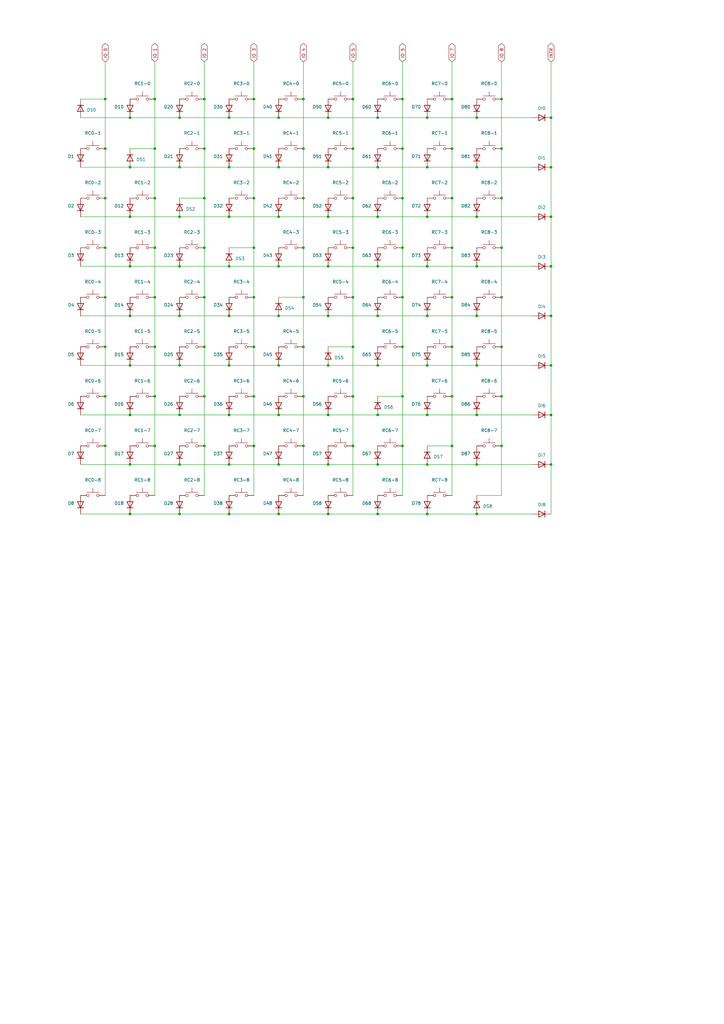
<source format=kicad_sch>
(kicad_sch (version 20231120) (generator "eeschema") (generator_version "8.0")
  (paper "A3" portrait)
  (junction (at 165.1 142.24))
  (junction (at 226.06 190.5))
  (junction (at 185.42 101.6))
  (junction (at 104.14 81.28))
  (junction (at 43.18 162.56))
  (junction (at 165.1 40.64))
  (junction (at 63.5 101.6))
  (junction (at 165.1 182.88))
  (junction (at 124.46 101.6))
  (junction (at 73.66 149.86))
  (junction (at 134.62 48.26))
  (junction (at 93.98 129.54))
  (junction (at 43.18 40.64))
  (junction (at 53.34 190.5))
  (junction (at 83.82 40.64))
  (junction (at 63.5 60.96))
  (junction (at 53.34 170.18))
  (junction (at 185.42 81.28))
  (junction (at 104.14 60.96))
  (junction (at 205.74 40.64))
  (junction (at 114.3 170.18))
  (junction (at 73.66 68.58))
  (junction (at 226.06 170.18))
  (junction (at 93.98 88.9))
  (junction (at 185.42 40.64))
  (junction (at 154.94 190.5))
  (junction (at 165.1 81.28))
  (junction (at 73.66 210.82))
  (junction (at 124.46 40.64))
  (junction (at 134.62 68.58))
  (junction (at 154.94 149.86))
  (junction (at 195.58 210.82))
  (junction (at 73.66 170.18))
  (junction (at 93.98 149.86))
  (junction (at 83.82 162.56))
  (junction (at 114.3 88.9))
  (junction (at 124.46 81.28))
  (junction (at 104.14 40.64))
  (junction (at 175.26 109.22))
  (junction (at 226.06 88.9))
  (junction (at 175.26 88.9))
  (junction (at 185.42 60.96))
  (junction (at 144.78 182.88))
  (junction (at 134.62 190.5))
  (junction (at 205.74 142.24))
  (junction (at 195.58 149.86))
  (junction (at 114.3 129.54))
  (junction (at 124.46 121.92))
  (junction (at 53.34 48.26))
  (junction (at 63.5 81.28))
  (junction (at 165.1 101.6))
  (junction (at 43.18 60.96))
  (junction (at 195.58 88.9))
  (junction (at 73.66 109.22))
  (junction (at 53.34 129.54))
  (junction (at 195.58 129.54))
  (junction (at 185.42 142.24))
  (junction (at 175.26 68.58))
  (junction (at 53.34 68.58))
  (junction (at 114.3 210.82))
  (junction (at 43.18 182.88))
  (junction (at 63.5 121.92))
  (junction (at 83.82 60.96))
  (junction (at 175.26 48.26))
  (junction (at 63.5 162.56))
  (junction (at 43.18 101.6))
  (junction (at 134.62 129.54))
  (junction (at 154.94 48.26))
  (junction (at 63.5 40.64))
  (junction (at 73.66 88.9))
  (junction (at 205.74 162.56))
  (junction (at 73.66 48.26))
  (junction (at 93.98 109.22))
  (junction (at 53.34 149.86))
  (junction (at 43.18 142.24))
  (junction (at 104.14 121.92))
  (junction (at 93.98 170.18))
  (junction (at 53.34 88.9))
  (junction (at 104.14 142.24))
  (junction (at 185.42 162.56))
  (junction (at 83.82 81.28))
  (junction (at 144.78 121.92))
  (junction (at 205.74 182.88))
  (junction (at 226.06 48.26))
  (junction (at 93.98 48.26))
  (junction (at 134.62 88.9))
  (junction (at 124.46 60.96))
  (junction (at 93.98 190.5))
  (junction (at 185.42 182.88))
  (junction (at 63.5 182.88))
  (junction (at 165.1 121.92))
  (junction (at 165.1 162.56))
  (junction (at 226.06 149.86))
  (junction (at 144.78 142.24))
  (junction (at 104.14 162.56))
  (junction (at 195.58 68.58))
  (junction (at 195.58 109.22))
  (junction (at 83.82 121.92))
  (junction (at 205.74 60.96))
  (junction (at 114.3 190.5))
  (junction (at 154.94 129.54))
  (junction (at 226.06 68.58))
  (junction (at 154.94 68.58))
  (junction (at 53.34 109.22))
  (junction (at 205.74 101.6))
  (junction (at 175.26 190.5))
  (junction (at 175.26 149.86))
  (junction (at 154.94 88.9))
  (junction (at 144.78 81.28))
  (junction (at 175.26 170.18))
  (junction (at 83.82 101.6))
  (junction (at 134.62 149.86))
  (junction (at 165.1 60.96))
  (junction (at 134.62 170.18))
  (junction (at 93.98 68.58))
  (junction (at 124.46 182.88))
  (junction (at 226.06 109.22))
  (junction (at 114.3 68.58))
  (junction (at 83.82 182.88))
  (junction (at 43.18 121.92))
  (junction (at 144.78 60.96))
  (junction (at 124.46 162.56))
  (junction (at 63.5 142.24))
  (junction (at 205.74 121.92))
  (junction (at 53.34 210.82))
  (junction (at 205.74 81.28))
  (junction (at 83.82 142.24))
  (junction (at 144.78 101.6))
  (junction (at 154.94 210.82))
  (junction (at 185.42 121.92))
  (junction (at 114.3 48.26))
  (junction (at 154.94 109.22))
  (junction (at 93.98 210.82))
  (junction (at 175.26 129.54))
  (junction (at 154.94 170.18))
  (junction (at 175.26 210.82))
  (junction (at 114.3 149.86))
  (junction (at 195.58 170.18))
  (junction (at 104.14 182.88))
  (junction (at 134.62 109.22))
  (junction (at 104.14 101.6))
  (junction (at 134.62 210.82))
  (junction (at 195.58 190.5))
  (junction (at 43.18 81.28))
  (junction (at 124.46 142.24))
  (junction (at 144.78 162.56))
  (junction (at 226.06 129.54))
  (junction (at 73.66 129.54))
  (junction (at 195.58 48.26))
  (junction (at 73.66 190.5))
  (junction (at 114.3 109.22))
  (junction (at 144.78 40.64))
  (wire (pts (xy 154.94 68.58) (xy 175.26 68.58)))
  (wire (pts (xy 83.82 60.96) (xy 83.82 81.28)))
  (wire (pts (xy 144.78 25.4) (xy 144.78 40.64)))
  (wire (pts (xy 93.98 88.9) (xy 114.3 88.9)))
  (wire (pts (xy 205.74 182.88) (xy 205.74 203.2)))
  (wire (pts (xy 185.42 162.56) (xy 185.42 182.88)))
  (wire (pts (xy 73.66 109.22) (xy 93.98 109.22)))
  (wire (pts (xy 114.3 48.26) (xy 134.62 48.26)))
  (wire (pts (xy 226.06 68.58) (xy 226.06 88.9)))
  (wire (pts (xy 195.58 203.2) (xy 205.74 203.2)))
  (wire (pts (xy 195.58 149.86) (xy 218.44 149.86)))
  (wire (pts (xy 43.18 182.88) (xy 43.18 203.2)))
  (wire (pts (xy 43.18 40.64) (xy 43.18 60.96)))
  (wire (pts (xy 63.5 81.28) (xy 63.5 101.6)))
  (wire (pts (xy 104.14 101.6) (xy 104.14 121.92)))
  (wire (pts (xy 73.66 48.26) (xy 93.98 48.26)))
  (wire (pts (xy 63.5 182.88) (xy 63.5 203.2)))
  (wire (pts (xy 195.58 129.54) (xy 218.44 129.54)))
  (wire (pts (xy 134.62 210.82) (xy 154.94 210.82)))
  (wire (pts (xy 154.94 190.5) (xy 175.26 190.5)))
  (wire (pts (xy 93.98 190.5) (xy 114.3 190.5)))
  (wire (pts (xy 205.74 142.24) (xy 205.74 162.56)))
  (wire (pts (xy 104.14 25.4) (xy 104.14 40.64)))
  (wire (pts (xy 73.66 81.28) (xy 83.82 81.28)))
  (wire (pts (xy 195.58 109.22) (xy 218.44 109.22)))
  (wire (pts (xy 114.3 68.58) (xy 134.62 68.58)))
  (wire (pts (xy 63.5 40.64) (xy 63.5 60.96)))
  (wire (pts (xy 33.02 129.54) (xy 53.34 129.54)))
  (wire (pts (xy 185.42 40.64) (xy 185.42 60.96)))
  (wire (pts (xy 53.34 129.54) (xy 73.66 129.54)))
  (wire (pts (xy 83.82 162.56) (xy 83.82 182.88)))
  (wire (pts (xy 33.02 109.22) (xy 53.34 109.22)))
  (wire (pts (xy 53.34 68.58) (xy 73.66 68.58)))
  (wire (pts (xy 83.82 101.6) (xy 83.82 121.92)))
  (wire (pts (xy 124.46 121.92) (xy 124.46 142.24)))
  (wire (pts (xy 114.3 149.86) (xy 134.62 149.86)))
  (wire (pts (xy 165.1 162.56) (xy 165.1 182.88)))
  (wire (pts (xy 53.34 60.96) (xy 63.5 60.96)))
  (wire (pts (xy 165.1 60.96) (xy 165.1 81.28)))
  (wire (pts (xy 53.34 109.22) (xy 73.66 109.22)))
  (wire (pts (xy 124.46 25.4) (xy 124.46 40.64)))
  (wire (pts (xy 73.66 68.58) (xy 93.98 68.58)))
  (wire (pts (xy 165.1 182.88) (xy 165.1 203.2)))
  (wire (pts (xy 63.5 60.96) (xy 63.5 81.28)))
  (wire (pts (xy 154.94 170.18) (xy 175.26 170.18)))
  (wire (pts (xy 134.62 68.58) (xy 154.94 68.58)))
  (wire (pts (xy 63.5 121.92) (xy 63.5 142.24)))
  (wire (pts (xy 114.3 190.5) (xy 134.62 190.5)))
  (wire (pts (xy 154.94 48.26) (xy 175.26 48.26)))
  (wire (pts (xy 73.66 170.18) (xy 93.98 170.18)))
  (wire (pts (xy 165.1 121.92) (xy 165.1 142.24)))
  (wire (pts (xy 73.66 190.5) (xy 93.98 190.5)))
  (wire (pts (xy 134.62 170.18) (xy 154.94 170.18)))
  (wire (pts (xy 53.34 170.18) (xy 73.66 170.18)))
  (wire (pts (xy 43.18 60.96) (xy 43.18 81.28)))
  (wire (pts (xy 154.94 129.54) (xy 175.26 129.54)))
  (wire (pts (xy 114.3 88.9) (xy 134.62 88.9)))
  (wire (pts (xy 124.46 81.28) (xy 124.46 101.6)))
  (wire (pts (xy 104.14 182.88) (xy 104.14 203.2)))
  (wire (pts (xy 195.58 68.58) (xy 218.44 68.58)))
  (wire (pts (xy 165.1 81.28) (xy 165.1 101.6)))
  (wire (pts (xy 226.06 190.5) (xy 226.06 210.82)))
  (wire (pts (xy 33.02 190.5) (xy 53.34 190.5)))
  (wire (pts (xy 53.34 190.5) (xy 73.66 190.5)))
  (wire (pts (xy 104.14 60.96) (xy 104.14 81.28)))
  (wire (pts (xy 104.14 81.28) (xy 104.14 101.6)))
  (wire (pts (xy 134.62 48.26) (xy 154.94 48.26)))
  (wire (pts (xy 93.98 210.82) (xy 114.3 210.82)))
  (wire (pts (xy 53.34 88.9) (xy 73.66 88.9)))
  (wire (pts (xy 154.94 109.22) (xy 175.26 109.22)))
  (wire (pts (xy 33.02 210.82) (xy 53.34 210.82)))
  (wire (pts (xy 93.98 109.22) (xy 114.3 109.22)))
  (wire (pts (xy 134.62 109.22) (xy 154.94 109.22)))
  (wire (pts (xy 195.58 88.9) (xy 218.44 88.9)))
  (wire (pts (xy 33.02 68.58) (xy 53.34 68.58)))
  (wire (pts (xy 134.62 149.86) (xy 154.94 149.86)))
  (wire (pts (xy 134.62 190.5) (xy 154.94 190.5)))
  (wire (pts (xy 165.1 40.64) (xy 165.1 60.96)))
  (wire (pts (xy 205.74 40.64) (xy 205.74 60.96)))
  (wire (pts (xy 195.58 190.5) (xy 218.44 190.5)))
  (wire (pts (xy 226.06 149.86) (xy 226.06 170.18)))
  (wire (pts (xy 205.74 162.56) (xy 205.74 182.88)))
  (wire (pts (xy 226.06 88.9) (xy 226.06 109.22)))
  (wire (pts (xy 134.62 129.54) (xy 154.94 129.54)))
  (wire (pts (xy 43.18 121.92) (xy 43.18 142.24)))
  (wire (pts (xy 33.02 48.26) (xy 53.34 48.26)))
  (wire (pts (xy 93.98 149.86) (xy 114.3 149.86)))
  (wire (pts (xy 226.06 25.4) (xy 226.06 48.26)))
  (wire (pts (xy 73.66 88.9) (xy 93.98 88.9)))
  (wire (pts (xy 33.02 40.64) (xy 43.18 40.64)))
  (wire (pts (xy 185.42 142.24) (xy 185.42 162.56)))
  (wire (pts (xy 165.1 25.4) (xy 165.1 40.64)))
  (wire (pts (xy 154.94 149.86) (xy 175.26 149.86)))
  (wire (pts (xy 134.62 88.9) (xy 154.94 88.9)))
  (wire (pts (xy 104.14 162.56) (xy 104.14 182.88)))
  (wire (pts (xy 53.34 210.82) (xy 73.66 210.82)))
  (wire (pts (xy 93.98 48.26) (xy 114.3 48.26)))
  (wire (pts (xy 104.14 142.24) (xy 104.14 162.56)))
  (wire (pts (xy 226.06 48.26) (xy 226.06 68.58)))
  (wire (pts (xy 33.02 88.9) (xy 53.34 88.9)))
  (wire (pts (xy 124.46 101.6) (xy 124.46 121.92)))
  (wire (pts (xy 124.46 142.24) (xy 124.46 162.56)))
  (wire (pts (xy 185.42 60.96) (xy 185.42 81.28)))
  (wire (pts (xy 175.26 170.18) (xy 195.58 170.18)))
  (wire (pts (xy 205.74 101.6) (xy 205.74 121.92)))
  (wire (pts (xy 114.3 109.22) (xy 134.62 109.22)))
  (wire (pts (xy 185.42 182.88) (xy 185.42 203.2)))
  (wire (pts (xy 53.34 48.26) (xy 73.66 48.26)))
  (wire (pts (xy 175.26 129.54) (xy 195.58 129.54)))
  (wire (pts (xy 165.1 101.6) (xy 165.1 121.92)))
  (wire (pts (xy 83.82 182.88) (xy 83.82 203.2)))
  (wire (pts (xy 93.98 101.6) (xy 104.14 101.6)))
  (wire (pts (xy 124.46 40.64) (xy 124.46 60.96)))
  (wire (pts (xy 154.94 162.56) (xy 165.1 162.56)))
  (wire (pts (xy 53.34 149.86) (xy 73.66 149.86)))
  (wire (pts (xy 93.98 129.54) (xy 114.3 129.54)))
  (wire (pts (xy 114.3 210.82) (xy 134.62 210.82)))
  (wire (pts (xy 175.26 88.9) (xy 195.58 88.9)))
  (wire (pts (xy 83.82 121.92) (xy 83.82 142.24)))
  (wire (pts (xy 175.26 48.26) (xy 195.58 48.26)))
  (wire (pts (xy 93.98 68.58) (xy 114.3 68.58)))
  (wire (pts (xy 175.26 68.58) (xy 195.58 68.58)))
  (wire (pts (xy 114.3 170.18) (xy 134.62 170.18)))
  (wire (pts (xy 73.66 129.54) (xy 93.98 129.54)))
  (wire (pts (xy 144.78 101.6) (xy 144.78 121.92)))
  (wire (pts (xy 175.26 210.82) (xy 195.58 210.82)))
  (wire (pts (xy 83.82 81.28) (xy 83.82 101.6)))
  (wire (pts (xy 226.06 170.18) (xy 226.06 190.5)))
  (wire (pts (xy 43.18 101.6) (xy 43.18 121.92)))
  (wire (pts (xy 144.78 121.92) (xy 144.78 142.24)))
  (wire (pts (xy 73.66 210.82) (xy 93.98 210.82)))
  (wire (pts (xy 205.74 60.96) (xy 205.74 81.28)))
  (wire (pts (xy 63.5 25.4) (xy 63.5 40.64)))
  (wire (pts (xy 104.14 121.92) (xy 104.14 142.24)))
  (wire (pts (xy 124.46 182.88) (xy 124.46 203.2)))
  (wire (pts (xy 175.26 182.88) (xy 185.42 182.88)))
  (wire (pts (xy 124.46 162.56) (xy 124.46 182.88)))
  (wire (pts (xy 124.46 60.96) (xy 124.46 81.28)))
  (wire (pts (xy 154.94 88.9) (xy 175.26 88.9)))
  (wire (pts (xy 144.78 142.24) (xy 144.78 162.56)))
  (wire (pts (xy 226.06 109.22) (xy 226.06 129.54)))
  (wire (pts (xy 185.42 121.92) (xy 185.42 142.24)))
  (wire (pts (xy 83.82 40.64) (xy 83.82 60.96)))
  (wire (pts (xy 175.26 109.22) (xy 195.58 109.22)))
  (wire (pts (xy 83.82 25.4) (xy 83.82 40.64)))
  (wire (pts (xy 73.66 149.86) (xy 93.98 149.86)))
  (wire (pts (xy 175.26 149.86) (xy 195.58 149.86)))
  (wire (pts (xy 144.78 40.64) (xy 144.78 60.96)))
  (wire (pts (xy 185.42 25.4) (xy 185.42 40.64)))
  (wire (pts (xy 205.74 25.4) (xy 205.74 40.64)))
  (wire (pts (xy 43.18 162.56) (xy 43.18 182.88)))
  (wire (pts (xy 185.42 101.6) (xy 185.42 121.92)))
  (wire (pts (xy 43.18 142.24) (xy 43.18 162.56)))
  (wire (pts (xy 144.78 182.88) (xy 144.78 203.2)))
  (wire (pts (xy 205.74 81.28) (xy 205.74 101.6)))
  (wire (pts (xy 33.02 149.86) (xy 53.34 149.86)))
  (wire (pts (xy 63.5 142.24) (xy 63.5 162.56)))
  (wire (pts (xy 205.74 121.92) (xy 205.74 142.24)))
  (wire (pts (xy 165.1 142.24) (xy 165.1 162.56)))
  (wire (pts (xy 33.02 170.18) (xy 53.34 170.18)))
  (wire (pts (xy 43.18 81.28) (xy 43.18 101.6)))
  (wire (pts (xy 226.06 129.54) (xy 226.06 149.86)))
  (wire (pts (xy 93.98 170.18) (xy 114.3 170.18)))
  (wire (pts (xy 144.78 81.28) (xy 144.78 101.6)))
  (wire (pts (xy 195.58 48.26) (xy 218.44 48.26)))
  (wire (pts (xy 175.26 190.5) (xy 195.58 190.5)))
  (wire (pts (xy 114.3 121.92) (xy 124.46 121.92)))
  (wire (pts (xy 195.58 210.82) (xy 218.44 210.82)))
  (wire (pts (xy 114.3 129.54) (xy 134.62 129.54)))
  (wire (pts (xy 63.5 101.6) (xy 63.5 121.92)))
  (wire (pts (xy 104.14 40.64) (xy 104.14 60.96)))
  (wire (pts (xy 144.78 162.56) (xy 144.78 182.88)))
  (wire (pts (xy 144.78 60.96) (xy 144.78 81.28)))
  (wire (pts (xy 154.94 210.82) (xy 175.26 210.82)))
  (wire (pts (xy 63.5 162.56) (xy 63.5 182.88)))
  (wire (pts (xy 134.62 142.24) (xy 144.78 142.24)))
  (wire (pts (xy 195.58 170.18) (xy 218.44 170.18)))
  (wire (pts (xy 43.18 25.4) (xy 43.18 40.64)))
  (wire (pts (xy 83.82 142.24) (xy 83.82 162.56)))
  (wire (pts (xy 185.42 81.28) (xy 185.42 101.6)))
  (global_label "IO 3" (shape bidirectional) (at 104.14 25.4 90) (property "Intersheetrefs" "${INTERSHEET_REFS}" (effects (hide yes))))
  (global_label "IO 1" (shape bidirectional) (at 63.5 25.4 90) (property "Intersheetrefs" "${INTERSHEET_REFS}" (effects (hide yes))))
  (global_label "IO 7" (shape bidirectional) (at 185.42 25.4 90) (property "Intersheetrefs" "${INTERSHEET_REFS}" (effects (hide yes))))
  (global_label "IO 0" (shape bidirectional) (at 43.18 25.4 90) (property "Intersheetrefs" "${INTERSHEET_REFS}" (effects (hide yes))))
  (global_label "INTR" (shape bidirectional) (at 226.06 25.4 90) (property "Intersheetrefs" "${INTERSHEET_REFS}" (effects (hide yes))))
  (global_label "IO 2" (shape bidirectional) (at 83.82 25.4 90) (property "Intersheetrefs" "${INTERSHEET_REFS}" (effects (hide yes))))
  (global_label "IO 5" (shape bidirectional) (at 165.1 25.4 90) (property "Intersheetrefs" "${INTERSHEET_REFS}" (effects (hide yes))))
  (global_label "IO 5" (shape bidirectional) (at 144.78 25.4 90) (property "Intersheetrefs" "${INTERSHEET_REFS}" (effects (hide yes))))
  (global_label "IO 8" (shape bidirectional) (at 205.74 25.4 90) (property "Intersheetrefs" "${INTERSHEET_REFS}" (effects (hide yes))))
  (global_label "IO 4" (shape bidirectional) (at 124.46 25.4 90) (property "Intersheetrefs" "${INTERSHEET_REFS}" (effects (hide yes))))
  (symbol (lib_id "Diode:1N4148") (at 222.25 190.5 0) (mirror y) (unit 1)
    (property "Reference" "DI7" (at 222.25 186.69 0))
    (property "Value" "1N4148" (effects (hide yes)))
    (property "Footprint" "Diode_THT:D_DO-35_SOD27_P7.62mm_Horizontal" (effects (hide yes)))
    (property "Datasheet" "https://assets.nexperia.com/documents/data-sheet/1N4148_1N4448.pdf" (effects (hide yes)))
    (property "Sim.Device" "D" (effects (hide yes)))
    (property "Sim.Pins" "1=K 2=A" (effects (hide yes)))
  )
  (symbol (lib_id "Diode:1N4148") (at 154.94 85.09 270) (mirror x) (unit 1)
    (property "Reference" "D62" (at 152.4 84.455 90) (effects (justify right)))
    (property "Value" "1N4148" (effects (hide yes)))
    (property "Footprint" "Diode_THT:D_DO-35_SOD27_P7.62mm_Horizontal" (effects (hide yes)))
    (property "Datasheet" "https://assets.nexperia.com/documents/data-sheet/1N4148_1N4448.pdf" (effects (hide yes)))
    (property "Sim.Device" "D" (effects (hide yes)))
    (property "Sim.Pins" "1=K 2=A" (effects (hide yes)))
  )
  (symbol (lib_id "Diode:1N4148") (at 53.34 64.77 90) (mirror x) (unit 1)
    (property "Reference" "DS1" (at 55.88 65.405 90) (effects (justify right)))
    (property "Value" "1N4148" (effects (hide yes)))
    (property "Footprint" "Diode_THT:D_DO-35_SOD27_P7.62mm_Horizontal" (effects (hide yes)))
    (property "Datasheet" "https://assets.nexperia.com/documents/data-sheet/1N4148_1N4448.pdf" (effects (hide yes)))
    (property "Sim.Device" "D" (effects (hide yes)))
    (property "Sim.Pins" "1=K 2=A" (effects (hide yes)))
  )
  (symbol (lib_id "Diode:1N4148") (at 33.02 44.45 90) (mirror x) (unit 1)
    (property "Reference" "DS0" (at 35.56 45.085 90) (effects (justify right)))
    (property "Value" "1N4148" (effects (hide yes)))
    (property "Footprint" "Diode_THT:D_DO-35_SOD27_P7.62mm_Horizontal" (effects (hide yes)))
    (property "Datasheet" "https://assets.nexperia.com/documents/data-sheet/1N4148_1N4448.pdf" (effects (hide yes)))
    (property "Sim.Device" "D" (effects (hide yes)))
    (property "Sim.Pins" "1=K 2=A" (effects (hide yes)))
  )
  (symbol (lib_id "Diode:1N4148") (at 114.3 44.45 270) (mirror x) (unit 1)
    (property "Reference" "D40" (at 111.76 43.815 90) (effects (justify right)))
    (property "Value" "1N4148" (effects (hide yes)))
    (property "Footprint" "Diode_THT:D_DO-35_SOD27_P7.62mm_Horizontal" (effects (hide yes)))
    (property "Datasheet" "https://assets.nexperia.com/documents/data-sheet/1N4148_1N4448.pdf" (effects (hide yes)))
    (property "Sim.Device" "D" (effects (hide yes)))
    (property "Sim.Pins" "1=K 2=A" (effects (hide yes)))
  )
  (symbol (lib_id "Diode:1N4148") (at 222.25 149.86 0) (mirror y) (unit 1)
    (property "Reference" "DI5" (at 222.25 146.05 0))
    (property "Value" "1N4148" (effects (hide yes)))
    (property "Footprint" "Diode_THT:D_DO-35_SOD27_P7.62mm_Horizontal" (effects (hide yes)))
    (property "Datasheet" "https://assets.nexperia.com/documents/data-sheet/1N4148_1N4448.pdf" (effects (hide yes)))
    (property "Sim.Device" "D" (effects (hide yes)))
    (property "Sim.Pins" "1=K 2=A" (effects (hide yes)))
  )
  (symbol (lib_id "Diode:1N4148") (at 222.25 170.18 0) (mirror y) (unit 1)
    (property "Reference" "DI6" (at 222.25 166.37 0))
    (property "Value" "1N4148" (effects (hide yes)))
    (property "Footprint" "Diode_THT:D_DO-35_SOD27_P7.62mm_Horizontal" (effects (hide yes)))
    (property "Datasheet" "https://assets.nexperia.com/documents/data-sheet/1N4148_1N4448.pdf" (effects (hide yes)))
    (property "Sim.Device" "D" (effects (hide yes)))
    (property "Sim.Pins" "1=K 2=A" (effects (hide yes)))
  )
  (symbol (lib_id "Switch:SW_Push") (at 119.38 40.64 0) (mirror y) (unit 1)
    (property "Reference" "RC4-0" (at 119.38 34.29 0))
    (property "Value" "SW_Push" (effects (hide yes)))
  )
  (symbol (lib_id "Diode:1N4148") (at 33.02 146.05 270) (mirror x) (unit 1)
    (property "Reference" "D5" (at 30.48 145.415 90) (effects (justify right)))
    (property "Value" "1N4148" (effects (hide yes)))
    (property "Footprint" "Diode_THT:D_DO-35_SOD27_P7.62mm_Horizontal" (effects (hide yes)))
    (property "Datasheet" "https://assets.nexperia.com/documents/data-sheet/1N4148_1N4448.pdf" (effects (hide yes)))
    (property "Sim.Device" "D" (effects (hide yes)))
    (property "Sim.Pins" "1=K 2=A" (effects (hide yes)))
  )
  (symbol (lib_id "Switch:SW_Push") (at 139.7 121.92 0) (mirror y) (unit 1)
    (property "Reference" "RC5-4" (at 139.7 115.57 0))
    (property "Value" "SW_Push" (effects (hide yes)))
  )
  (symbol (lib_id "Diode:1N4148") (at 154.94 64.77 270) (mirror x) (unit 1)
    (property "Reference" "D61" (at 152.4 64.135 90) (effects (justify right)))
    (property "Value" "1N4148" (effects (hide yes)))
    (property "Footprint" "Diode_THT:D_DO-35_SOD27_P7.62mm_Horizontal" (effects (hide yes)))
    (property "Datasheet" "https://assets.nexperia.com/documents/data-sheet/1N4148_1N4448.pdf" (effects (hide yes)))
    (property "Sim.Device" "D" (effects (hide yes)))
    (property "Sim.Pins" "1=K 2=A" (effects (hide yes)))
  )
  (symbol (lib_id "Switch:SW_Push") (at 200.66 60.96 0) (mirror y) (unit 1)
    (property "Reference" "RC8-1" (at 200.66 54.61 0))
    (property "Value" "SW_Push" (effects (hide yes)))
  )
  (symbol (lib_id "Diode:1N4148") (at 154.94 146.05 270) (mirror x) (unit 1)
    (property "Reference" "D65" (at 152.4 145.415 90) (effects (justify right)))
    (property "Value" "1N4148" (effects (hide yes)))
    (property "Footprint" "Diode_THT:D_DO-35_SOD27_P7.62mm_Horizontal" (effects (hide yes)))
    (property "Datasheet" "https://assets.nexperia.com/documents/data-sheet/1N4148_1N4448.pdf" (effects (hide yes)))
    (property "Sim.Device" "D" (effects (hide yes)))
    (property "Sim.Pins" "1=K 2=A" (effects (hide yes)))
  )
  (symbol (lib_id "Switch:SW_Push") (at 160.02 121.92 0) (mirror y) (unit 1)
    (property "Reference" "RC6-4" (at 160.02 115.57 0))
    (property "Value" "SW_Push" (effects (hide yes)))
  )
  (symbol (lib_id "Diode:1N4148") (at 134.62 207.01 270) (mirror x) (unit 1)
    (property "Reference" "D58" (at 132.08 206.375 90) (effects (justify right)))
    (property "Value" "1N4148" (effects (hide yes)))
    (property "Footprint" "Diode_THT:D_DO-35_SOD27_P7.62mm_Horizontal" (effects (hide yes)))
    (property "Datasheet" "https://assets.nexperia.com/documents/data-sheet/1N4148_1N4448.pdf" (effects (hide yes)))
    (property "Sim.Device" "D" (effects (hide yes)))
    (property "Sim.Pins" "1=K 2=A" (effects (hide yes)))
  )
  (symbol (lib_id "Switch:SW_Push") (at 99.06 60.96 0) (mirror y) (unit 1)
    (property "Reference" "RC3-1" (at 99.06 54.61 0))
    (property "Value" "SW_Push" (effects (hide yes)))
  )
  (symbol (lib_id "Diode:1N4148") (at 222.25 210.82 0) (mirror y) (unit 1)
    (property "Reference" "DI8" (at 222.25 207.01 0))
    (property "Value" "1N4148" (effects (hide yes)))
    (property "Footprint" "Diode_THT:D_DO-35_SOD27_P7.62mm_Horizontal" (effects (hide yes)))
    (property "Datasheet" "https://assets.nexperia.com/documents/data-sheet/1N4148_1N4448.pdf" (effects (hide yes)))
    (property "Sim.Device" "D" (effects (hide yes)))
    (property "Sim.Pins" "1=K 2=A" (effects (hide yes)))
  )
  (symbol (lib_id "Switch:SW_Push") (at 119.38 182.88 0) (mirror y) (unit 1)
    (property "Reference" "RC4-7" (at 119.38 176.53 0))
    (property "Value" "SW_Push" (effects (hide yes)))
  )
  (symbol (lib_id "Switch:SW_Push") (at 78.74 101.6 0) (mirror y) (unit 1)
    (property "Reference" "RC2-3" (at 78.74 95.25 0))
    (property "Value" "SW_Push" (effects (hide yes)))
  )
  (symbol (lib_id "Diode:1N4148") (at 154.94 166.37 90) (mirror x) (unit 1)
    (property "Reference" "DS6" (at 157.48 167.005 90) (effects (justify right)))
    (property "Value" "1N4148" (effects (hide yes)))
    (property "Footprint" "Diode_THT:D_DO-35_SOD27_P7.62mm_Horizontal" (effects (hide yes)))
    (property "Datasheet" "https://assets.nexperia.com/documents/data-sheet/1N4148_1N4448.pdf" (effects (hide yes)))
    (property "Sim.Device" "D" (effects (hide yes)))
    (property "Sim.Pins" "1=K 2=A" (effects (hide yes)))
  )
  (symbol (lib_id "Diode:1N4148") (at 154.94 105.41 270) (mirror x) (unit 1)
    (property "Reference" "D63" (at 152.4 104.775 90) (effects (justify right)))
    (property "Value" "1N4148" (effects (hide yes)))
    (property "Footprint" "Diode_THT:D_DO-35_SOD27_P7.62mm_Horizontal" (effects (hide yes)))
    (property "Datasheet" "https://assets.nexperia.com/documents/data-sheet/1N4148_1N4448.pdf" (effects (hide yes)))
    (property "Sim.Device" "D" (effects (hide yes)))
    (property "Sim.Pins" "1=K 2=A" (effects (hide yes)))
  )
  (symbol (lib_id "Switch:SW_Push") (at 58.42 101.6 0) (mirror y) (unit 1)
    (property "Reference" "RC1-3" (at 58.42 95.25 0))
    (property "Value" "SW_Push" (effects (hide yes)))
  )
  (symbol (lib_id "Diode:1N4148") (at 175.26 146.05 270) (mirror x) (unit 1)
    (property "Reference" "D75" (at 172.72 145.415 90) (effects (justify right)))
    (property "Value" "1N4148" (effects (hide yes)))
    (property "Footprint" "Diode_THT:D_DO-35_SOD27_P7.62mm_Horizontal" (effects (hide yes)))
    (property "Datasheet" "https://assets.nexperia.com/documents/data-sheet/1N4148_1N4448.pdf" (effects (hide yes)))
    (property "Sim.Device" "D" (effects (hide yes)))
    (property "Sim.Pins" "1=K 2=A" (effects (hide yes)))
  )
  (symbol (lib_id "Switch:SW_Push") (at 99.06 40.64 0) (mirror y) (unit 1)
    (property "Reference" "RC3-0" (at 99.06 34.29 0))
    (property "Value" "SW_Push" (effects (hide yes)))
  )
  (symbol (lib_id "Diode:1N4148") (at 53.34 207.01 270) (mirror x) (unit 1)
    (property "Reference" "D18" (at 50.8 206.375 90) (effects (justify right)))
    (property "Value" "1N4148" (effects (hide yes)))
    (property "Footprint" "Diode_THT:D_DO-35_SOD27_P7.62mm_Horizontal" (effects (hide yes)))
    (property "Datasheet" "https://assets.nexperia.com/documents/data-sheet/1N4148_1N4448.pdf" (effects (hide yes)))
    (property "Sim.Device" "D" (effects (hide yes)))
    (property "Sim.Pins" "1=K 2=A" (effects (hide yes)))
  )
  (symbol (lib_id "Diode:1N4148") (at 195.58 186.69 270) (mirror x) (unit 1)
    (property "Reference" "D87" (at 193.04 186.055 90) (effects (justify right)))
    (property "Value" "1N4148" (effects (hide yes)))
    (property "Footprint" "Diode_THT:D_DO-35_SOD27_P7.62mm_Horizontal" (effects (hide yes)))
    (property "Datasheet" "https://assets.nexperia.com/documents/data-sheet/1N4148_1N4448.pdf" (effects (hide yes)))
    (property "Sim.Device" "D" (effects (hide yes)))
    (property "Sim.Pins" "1=K 2=A" (effects (hide yes)))
  )
  (symbol (lib_id "Switch:SW_Push") (at 58.42 121.92 0) (mirror y) (unit 1)
    (property "Reference" "RC1-4" (at 58.42 115.57 0))
    (property "Value" "SW_Push" (effects (hide yes)))
  )
  (symbol (lib_id "Diode:1N4148") (at 134.62 125.73 270) (mirror x) (unit 1)
    (property "Reference" "D54" (at 132.08 125.095 90) (effects (justify right)))
    (property "Value" "1N4148" (effects (hide yes)))
    (property "Footprint" "Diode_THT:D_DO-35_SOD27_P7.62mm_Horizontal" (effects (hide yes)))
    (property "Datasheet" "https://assets.nexperia.com/documents/data-sheet/1N4148_1N4448.pdf" (effects (hide yes)))
    (property "Sim.Device" "D" (effects (hide yes)))
    (property "Sim.Pins" "1=K 2=A" (effects (hide yes)))
  )
  (symbol (lib_id "Diode:1N4148") (at 73.66 166.37 270) (mirror x) (unit 1)
    (property "Reference" "D26" (at 71.12 165.735 90) (effects (justify right)))
    (property "Value" "1N4148" (effects (hide yes)))
    (property "Footprint" "Diode_THT:D_DO-35_SOD27_P7.62mm_Horizontal" (effects (hide yes)))
    (property "Datasheet" "https://assets.nexperia.com/documents/data-sheet/1N4148_1N4448.pdf" (effects (hide yes)))
    (property "Sim.Device" "D" (effects (hide yes)))
    (property "Sim.Pins" "1=K 2=A" (effects (hide yes)))
  )
  (symbol (lib_id "Switch:SW_Push") (at 58.42 81.28 0) (mirror y) (unit 1)
    (property "Reference" "RC1-2" (at 58.42 74.93 0))
    (property "Value" "SW_Push" (effects (hide yes)))
  )
  (symbol (lib_id "Diode:1N4148") (at 195.58 85.09 270) (mirror x) (unit 1)
    (property "Reference" "D82" (at 193.04 84.455 90) (effects (justify right)))
    (property "Value" "1N4148" (effects (hide yes)))
    (property "Footprint" "Diode_THT:D_DO-35_SOD27_P7.62mm_Horizontal" (effects (hide yes)))
    (property "Datasheet" "https://assets.nexperia.com/documents/data-sheet/1N4148_1N4448.pdf" (effects (hide yes)))
    (property "Sim.Device" "D" (effects (hide yes)))
    (property "Sim.Pins" "1=K 2=A" (effects (hide yes)))
  )
  (symbol (lib_id "Diode:1N4148") (at 53.34 186.69 270) (mirror x) (unit 1)
    (property "Reference" "D17" (at 50.8 186.055 90) (effects (justify right)))
    (property "Value" "1N4148" (effects (hide yes)))
    (property "Footprint" "Diode_THT:D_DO-35_SOD27_P7.62mm_Horizontal" (effects (hide yes)))
    (property "Datasheet" "https://assets.nexperia.com/documents/data-sheet/1N4148_1N4448.pdf" (effects (hide yes)))
    (property "Sim.Device" "D" (effects (hide yes)))
    (property "Sim.Pins" "1=K 2=A" (effects (hide yes)))
  )
  (symbol (lib_id "Switch:SW_Push") (at 139.7 182.88 0) (mirror y) (unit 1)
    (property "Reference" "RC5-7" (at 139.7 176.53 0))
    (property "Value" "SW_Push" (effects (hide yes)))
  )
  (symbol (lib_id "Diode:1N4148") (at 114.3 105.41 270) (mirror x) (unit 1)
    (property "Reference" "D43" (at 111.76 104.775 90) (effects (justify right)))
    (property "Value" "1N4148" (effects (hide yes)))
    (property "Footprint" "Diode_THT:D_DO-35_SOD27_P7.62mm_Horizontal" (effects (hide yes)))
    (property "Datasheet" "https://assets.nexperia.com/documents/data-sheet/1N4148_1N4448.pdf" (effects (hide yes)))
    (property "Sim.Device" "D" (effects (hide yes)))
    (property "Sim.Pins" "1=K 2=A" (effects (hide yes)))
  )
  (symbol (lib_id "Switch:SW_Push") (at 38.1 182.88 0) (mirror y) (unit 1)
    (property "Reference" "RC0-7" (at 38.1 176.53 0))
    (property "Value" "SW_Push" (effects (hide yes)))
  )
  (symbol (lib_id "Switch:SW_Push") (at 180.34 60.96 0) (mirror y) (unit 1)
    (property "Reference" "RC7-1" (at 180.34 54.61 0))
    (property "Value" "SW_Push" (effects (hide yes)))
  )
  (symbol (lib_id "Switch:SW_Push") (at 58.42 203.2 0) (mirror y) (unit 1)
    (property "Reference" "RC1-8" (at 58.42 196.85 0))
    (property "Value" "SW_Push" (effects (hide yes)))
  )
  (symbol (lib_id "Switch:SW_Push") (at 58.42 40.64 0) (mirror y) (unit 1)
    (property "Reference" "RC1-0" (at 58.42 34.29 0))
    (property "Value" "SW_Push" (effects (hide yes)))
  )
  (symbol (lib_id "Diode:1N4148") (at 93.98 64.77 270) (mirror x) (unit 1)
    (property "Reference" "D31" (at 91.44 64.135 90) (effects (justify right)))
    (property "Value" "1N4148" (effects (hide yes)))
    (property "Footprint" "Diode_THT:D_DO-35_SOD27_P7.62mm_Horizontal" (effects (hide yes)))
    (property "Datasheet" "https://assets.nexperia.com/documents/data-sheet/1N4148_1N4448.pdf" (effects (hide yes)))
    (property "Sim.Device" "D" (effects (hide yes)))
    (property "Sim.Pins" "1=K 2=A" (effects (hide yes)))
  )
  (symbol (lib_id "Switch:SW_Push") (at 119.38 60.96 0) (mirror y) (unit 1)
    (property "Reference" "RC4-1" (at 119.38 54.61 0))
    (property "Value" "SW_Push" (effects (hide yes)))
  )
  (symbol (lib_id "Diode:1N4148") (at 154.94 44.45 270) (mirror x) (unit 1)
    (property "Reference" "D60" (at 152.4 43.815 90) (effects (justify right)))
    (property "Value" "1N4148" (effects (hide yes)))
    (property "Footprint" "Diode_THT:D_DO-35_SOD27_P7.62mm_Horizontal" (effects (hide yes)))
    (property "Datasheet" "https://assets.nexperia.com/documents/data-sheet/1N4148_1N4448.pdf" (effects (hide yes)))
    (property "Sim.Device" "D" (effects (hide yes)))
    (property "Sim.Pins" "1=K 2=A" (effects (hide yes)))
  )
  (symbol (lib_id "Diode:1N4148") (at 154.94 186.69 270) (mirror x) (unit 1)
    (property "Reference" "D67" (at 152.4 186.055 90) (effects (justify right)))
    (property "Value" "1N4148" (effects (hide yes)))
    (property "Footprint" "Diode_THT:D_DO-35_SOD27_P7.62mm_Horizontal" (effects (hide yes)))
    (property "Datasheet" "https://assets.nexperia.com/documents/data-sheet/1N4148_1N4448.pdf" (effects (hide yes)))
    (property "Sim.Device" "D" (effects (hide yes)))
    (property "Sim.Pins" "1=K 2=A" (effects (hide yes)))
  )
  (symbol (lib_id "Diode:1N4148") (at 93.98 85.09 270) (mirror x) (unit 1)
    (property "Reference" "D32" (at 91.44 84.455 90) (effects (justify right)))
    (property "Value" "1N4148" (effects (hide yes)))
    (property "Footprint" "Diode_THT:D_DO-35_SOD27_P7.62mm_Horizontal" (effects (hide yes)))
    (property "Datasheet" "https://assets.nexperia.com/documents/data-sheet/1N4148_1N4448.pdf" (effects (hide yes)))
    (property "Sim.Device" "D" (effects (hide yes)))
    (property "Sim.Pins" "1=K 2=A" (effects (hide yes)))
  )
  (symbol (lib_id "Diode:1N4148") (at 175.26 64.77 270) (mirror x) (unit 1)
    (property "Reference" "D71" (at 172.72 64.135 90) (effects (justify right)))
    (property "Value" "1N4148" (effects (hide yes)))
    (property "Footprint" "Diode_THT:D_DO-35_SOD27_P7.62mm_Horizontal" (effects (hide yes)))
    (property "Datasheet" "https://assets.nexperia.com/documents/data-sheet/1N4148_1N4448.pdf" (effects (hide yes)))
    (property "Sim.Device" "D" (effects (hide yes)))
    (property "Sim.Pins" "1=K 2=A" (effects (hide yes)))
  )
  (symbol (lib_id "Switch:SW_Push") (at 139.7 203.2 0) (mirror y) (unit 1)
    (property "Reference" "RC5-8" (at 139.7 196.85 0))
    (property "Value" "SW_Push" (effects (hide yes)))
  )
  (symbol (lib_id "Diode:1N4148") (at 114.3 146.05 270) (mirror x) (unit 1)
    (property "Reference" "D45" (at 111.76 145.415 90) (effects (justify right)))
    (property "Value" "1N4148" (effects (hide yes)))
    (property "Footprint" "Diode_THT:D_DO-35_SOD27_P7.62mm_Horizontal" (effects (hide yes)))
    (property "Datasheet" "https://assets.nexperia.com/documents/data-sheet/1N4148_1N4448.pdf" (effects (hide yes)))
    (property "Sim.Device" "D" (effects (hide yes)))
    (property "Sim.Pins" "1=K 2=A" (effects (hide yes)))
  )
  (symbol (lib_id "Switch:SW_Push") (at 99.06 81.28 0) (mirror y) (unit 1)
    (property "Reference" "RC3-2" (at 99.06 74.93 0))
    (property "Value" "SW_Push" (effects (hide yes)))
  )
  (symbol (lib_id "Diode:1N4148") (at 222.25 48.26 0) (mirror y) (unit 1)
    (property "Reference" "DI0" (at 222.25 44.45 0))
    (property "Value" "1N4148" (effects (hide yes)))
    (property "Footprint" "Diode_THT:D_DO-35_SOD27_P7.62mm_Horizontal" (effects (hide yes)))
    (property "Datasheet" "https://assets.nexperia.com/documents/data-sheet/1N4148_1N4448.pdf" (effects (hide yes)))
    (property "Sim.Device" "D" (effects (hide yes)))
    (property "Sim.Pins" "1=K 2=A" (effects (hide yes)))
  )
  (symbol (lib_id "Diode:1N4148") (at 134.62 85.09 270) (mirror x) (unit 1)
    (property "Reference" "D52" (at 132.08 84.455 90) (effects (justify right)))
    (property "Value" "1N4148" (effects (hide yes)))
    (property "Footprint" "Diode_THT:D_DO-35_SOD27_P7.62mm_Horizontal" (effects (hide yes)))
    (property "Datasheet" "https://assets.nexperia.com/documents/data-sheet/1N4148_1N4448.pdf" (effects (hide yes)))
    (property "Sim.Device" "D" (effects (hide yes)))
    (property "Sim.Pins" "1=K 2=A" (effects (hide yes)))
  )
  (symbol (lib_id "Diode:1N4148") (at 154.94 125.73 270) (mirror x) (unit 1)
    (property "Reference" "D64" (at 152.4 125.095 90) (effects (justify right)))
    (property "Value" "1N4148" (effects (hide yes)))
    (property "Footprint" "Diode_THT:D_DO-35_SOD27_P7.62mm_Horizontal" (effects (hide yes)))
    (property "Datasheet" "https://assets.nexperia.com/documents/data-sheet/1N4148_1N4448.pdf" (effects (hide yes)))
    (property "Sim.Device" "D" (effects (hide yes)))
    (property "Sim.Pins" "1=K 2=A" (effects (hide yes)))
  )
  (symbol (lib_id "Diode:1N4148") (at 195.58 166.37 270) (mirror x) (unit 1)
    (property "Reference" "D86" (at 193.04 165.735 90) (effects (justify right)))
    (property "Value" "1N4148" (effects (hide yes)))
    (property "Footprint" "Diode_THT:D_DO-35_SOD27_P7.62mm_Horizontal" (effects (hide yes)))
    (property "Datasheet" "https://assets.nexperia.com/documents/data-sheet/1N4148_1N4448.pdf" (effects (hide yes)))
    (property "Sim.Device" "D" (effects (hide yes)))
    (property "Sim.Pins" "1=K 2=A" (effects (hide yes)))
  )
  (symbol (lib_id "Switch:SW_Push") (at 160.02 142.24 0) (mirror y) (unit 1)
    (property "Reference" "RC6-5" (at 160.02 135.89 0))
    (property "Value" "SW_Push" (effects (hide yes)))
  )
  (symbol (lib_id "Diode:1N4148") (at 33.02 186.69 270) (mirror x) (unit 1)
    (property "Reference" "D7" (at 30.48 186.055 90) (effects (justify right)))
    (property "Value" "1N4148" (effects (hide yes)))
    (property "Footprint" "Diode_THT:D_DO-35_SOD27_P7.62mm_Horizontal" (effects (hide yes)))
    (property "Datasheet" "https://assets.nexperia.com/documents/data-sheet/1N4148_1N4448.pdf" (effects (hide yes)))
    (property "Sim.Device" "D" (effects (hide yes)))
    (property "Sim.Pins" "1=K 2=A" (effects (hide yes)))
  )
  (symbol (lib_id "Diode:1N4148") (at 114.3 64.77 270) (mirror x) (unit 1)
    (property "Reference" "D41" (at 111.76 64.135 90) (effects (justify right)))
    (property "Value" "1N4148" (effects (hide yes)))
    (property "Footprint" "Diode_THT:D_DO-35_SOD27_P7.62mm_Horizontal" (effects (hide yes)))
    (property "Datasheet" "https://assets.nexperia.com/documents/data-sheet/1N4148_1N4448.pdf" (effects (hide yes)))
    (property "Sim.Device" "D" (effects (hide yes)))
    (property "Sim.Pins" "1=K 2=A" (effects (hide yes)))
  )
  (symbol (lib_id "Diode:1N4148") (at 93.98 186.69 270) (mirror x) (unit 1)
    (property "Reference" "D37" (at 91.44 186.055 90) (effects (justify right)))
    (property "Value" "1N4148" (effects (hide yes)))
    (property "Footprint" "Diode_THT:D_DO-35_SOD27_P7.62mm_Horizontal" (effects (hide yes)))
    (property "Datasheet" "https://assets.nexperia.com/documents/data-sheet/1N4148_1N4448.pdf" (effects (hide yes)))
    (property "Sim.Device" "D" (effects (hide yes)))
    (property "Sim.Pins" "1=K 2=A" (effects (hide yes)))
  )
  (symbol (lib_id "Switch:SW_Push") (at 180.34 162.56 0) (mirror y) (unit 1)
    (property "Reference" "RC7-6" (at 180.34 156.21 0))
    (property "Value" "SW_Push" (effects (hide yes)))
  )
  (symbol (lib_id "Diode:1N4148") (at 175.26 44.45 270) (mirror x) (unit 1)
    (property "Reference" "D70" (at 172.72 43.815 90) (effects (justify right)))
    (property "Value" "1N4148" (effects (hide yes)))
    (property "Footprint" "Diode_THT:D_DO-35_SOD27_P7.62mm_Horizontal" (effects (hide yes)))
    (property "Datasheet" "https://assets.nexperia.com/documents/data-sheet/1N4148_1N4448.pdf" (effects (hide yes)))
    (property "Sim.Device" "D" (effects (hide yes)))
    (property "Sim.Pins" "1=K 2=A" (effects (hide yes)))
  )
  (symbol (lib_id "Diode:1N4148") (at 195.58 207.01 90) (mirror x) (unit 1)
    (property "Reference" "DS8" (at 198.12 207.645 90) (effects (justify right)))
    (property "Value" "1N4148" (effects (hide yes)))
    (property "Footprint" "Diode_THT:D_DO-35_SOD27_P7.62mm_Horizontal" (effects (hide yes)))
    (property "Datasheet" "https://assets.nexperia.com/documents/data-sheet/1N4148_1N4448.pdf" (effects (hide yes)))
    (property "Sim.Device" "D" (effects (hide yes)))
    (property "Sim.Pins" "1=K 2=A" (effects (hide yes)))
  )
  (symbol (lib_id "Diode:1N4148") (at 222.25 68.58 0) (mirror y) (unit 1)
    (property "Reference" "DI1" (at 222.25 64.77 0))
    (property "Value" "1N4148" (effects (hide yes)))
    (property "Footprint" "Diode_THT:D_DO-35_SOD27_P7.62mm_Horizontal" (effects (hide yes)))
    (property "Datasheet" "https://assets.nexperia.com/documents/data-sheet/1N4148_1N4448.pdf" (effects (hide yes)))
    (property "Sim.Device" "D" (effects (hide yes)))
    (property "Sim.Pins" "1=K 2=A" (effects (hide yes)))
  )
  (symbol (lib_id "Diode:1N4148") (at 93.98 207.01 270) (mirror x) (unit 1)
    (property "Reference" "D38" (at 91.44 206.375 90) (effects (justify right)))
    (property "Value" "1N4148" (effects (hide yes)))
    (property "Footprint" "Diode_THT:D_DO-35_SOD27_P7.62mm_Horizontal" (effects (hide yes)))
    (property "Datasheet" "https://assets.nexperia.com/documents/data-sheet/1N4148_1N4448.pdf" (effects (hide yes)))
    (property "Sim.Device" "D" (effects (hide yes)))
    (property "Sim.Pins" "1=K 2=A" (effects (hide yes)))
  )
  (symbol (lib_id "Diode:1N4148") (at 73.66 64.77 270) (mirror x) (unit 1)
    (property "Reference" "D21" (at 71.12 64.135 90) (effects (justify right)))
    (property "Value" "1N4148" (effects (hide yes)))
    (property "Footprint" "Diode_THT:D_DO-35_SOD27_P7.62mm_Horizontal" (effects (hide yes)))
    (property "Datasheet" "https://assets.nexperia.com/documents/data-sheet/1N4148_1N4448.pdf" (effects (hide yes)))
    (property "Sim.Device" "D" (effects (hide yes)))
    (property "Sim.Pins" "1=K 2=A" (effects (hide yes)))
  )
  (symbol (lib_id "Diode:1N4148") (at 93.98 146.05 270) (mirror x) (unit 1)
    (property "Reference" "D35" (at 91.44 145.415 90) (effects (justify right)))
    (property "Value" "1N4148" (effects (hide yes)))
    (property "Footprint" "Diode_THT:D_DO-35_SOD27_P7.62mm_Horizontal" (effects (hide yes)))
    (property "Datasheet" "https://assets.nexperia.com/documents/data-sheet/1N4148_1N4448.pdf" (effects (hide yes)))
    (property "Sim.Device" "D" (effects (hide yes)))
    (property "Sim.Pins" "1=K 2=A" (effects (hide yes)))
  )
  (symbol (lib_id "Diode:1N4148") (at 134.62 166.37 270) (mirror x) (unit 1)
    (property "Reference" "D56" (at 132.08 165.735 90) (effects (justify right)))
    (property "Value" "1N4148" (effects (hide yes)))
    (property "Footprint" "Diode_THT:D_DO-35_SOD27_P7.62mm_Horizontal" (effects (hide yes)))
    (property "Datasheet" "https://assets.nexperia.com/documents/data-sheet/1N4148_1N4448.pdf" (effects (hide yes)))
    (property "Sim.Device" "D" (effects (hide yes)))
    (property "Sim.Pins" "1=K 2=A" (effects (hide yes)))
  )
  (symbol (lib_id "Switch:SW_Push") (at 119.38 162.56 0) (mirror y) (unit 1)
    (property "Reference" "RC4-6" (at 119.38 156.21 0))
    (property "Value" "SW_Push" (effects (hide yes)))
  )
  (symbol (lib_id "Diode:1N4148") (at 53.34 146.05 270) (mirror x) (unit 1)
    (property "Reference" "D15" (at 50.8 145.415 90) (effects (justify right)))
    (property "Value" "1N4148" (effects (hide yes)))
    (property "Footprint" "Diode_THT:D_DO-35_SOD27_P7.62mm_Horizontal" (effects (hide yes)))
    (property "Datasheet" "https://assets.nexperia.com/documents/data-sheet/1N4148_1N4448.pdf" (effects (hide yes)))
    (property "Sim.Device" "D" (effects (hide yes)))
    (property "Sim.Pins" "1=K 2=A" (effects (hide yes)))
  )
  (symbol (lib_id "Switch:SW_Push") (at 38.1 81.28 0) (mirror y) (unit 1)
    (property "Reference" "RC0-2" (at 38.1 74.93 0))
    (property "Value" "SW_Push" (effects (hide yes)))
  )
  (symbol (lib_id "Diode:1N4148") (at 33.02 125.73 270) (mirror x) (unit 1)
    (property "Reference" "D4" (at 30.48 125.095 90) (effects (justify right)))
    (property "Value" "1N4148" (effects (hide yes)))
    (property "Footprint" "Diode_THT:D_DO-35_SOD27_P7.62mm_Horizontal" (effects (hide yes)))
    (property "Datasheet" "https://assets.nexperia.com/documents/data-sheet/1N4148_1N4448.pdf" (effects (hide yes)))
    (property "Sim.Device" "D" (effects (hide yes)))
    (property "Sim.Pins" "1=K 2=A" (effects (hide yes)))
  )
  (symbol (lib_id "Switch:SW_Push") (at 78.74 162.56 0) (mirror y) (unit 1)
    (property "Reference" "RC2-6" (at 78.74 156.21 0))
    (property "Value" "SW_Push" (effects (hide yes)))
  )
  (symbol (lib_id "Diode:1N4148") (at 93.98 166.37 270) (mirror x) (unit 1)
    (property "Reference" "D36" (at 91.44 165.735 90) (effects (justify right)))
    (property "Value" "1N4148" (effects (hide yes)))
    (property "Footprint" "Diode_THT:D_DO-35_SOD27_P7.62mm_Horizontal" (effects (hide yes)))
    (property "Datasheet" "https://assets.nexperia.com/documents/data-sheet/1N4148_1N4448.pdf" (effects (hide yes)))
    (property "Sim.Device" "D" (effects (hide yes)))
    (property "Sim.Pins" "1=K 2=A" (effects (hide yes)))
  )
  (symbol (lib_id "Switch:SW_Push") (at 180.34 101.6 0) (mirror y) (unit 1)
    (property "Reference" "RC7-3" (at 180.34 95.25 0))
    (property "Value" "SW_Push" (effects (hide yes)))
  )
  (symbol (lib_id "Switch:SW_Push") (at 200.66 182.88 0) (mirror y) (unit 1)
    (property "Reference" "RC8-7" (at 200.66 176.53 0))
    (property "Value" "SW_Push" (effects (hide yes)))
  )
  (symbol (lib_id "Switch:SW_Push") (at 99.06 162.56 0) (mirror y) (unit 1)
    (property "Reference" "RC3-6" (at 99.06 156.21 0))
    (property "Value" "SW_Push" (effects (hide yes)))
  )
  (symbol (lib_id "Diode:1N4148") (at 134.62 105.41 270) (mirror x) (unit 1)
    (property "Reference" "D53" (at 132.08 104.775 90) (effects (justify right)))
    (property "Value" "1N4148" (effects (hide yes)))
    (property "Footprint" "Diode_THT:D_DO-35_SOD27_P7.62mm_Horizontal" (effects (hide yes)))
    (property "Datasheet" "https://assets.nexperia.com/documents/data-sheet/1N4148_1N4448.pdf" (effects (hide yes)))
    (property "Sim.Device" "D" (effects (hide yes)))
    (property "Sim.Pins" "1=K 2=A" (effects (hide yes)))
  )
  (symbol (lib_id "Diode:1N4148") (at 175.26 207.01 270) (mirror x) (unit 1)
    (property "Reference" "D78" (at 172.72 206.375 90) (effects (justify right)))
    (property "Value" "1N4148" (effects (hide yes)))
    (property "Footprint" "Diode_THT:D_DO-35_SOD27_P7.62mm_Horizontal" (effects (hide yes)))
    (property "Datasheet" "https://assets.nexperia.com/documents/data-sheet/1N4148_1N4448.pdf" (effects (hide yes)))
    (property "Sim.Device" "D" (effects (hide yes)))
    (property "Sim.Pins" "1=K 2=A" (effects (hide yes)))
  )
  (symbol (lib_id "Switch:SW_Push") (at 160.02 81.28 0) (mirror y) (unit 1)
    (property "Reference" "RC6-2" (at 160.02 74.93 0))
    (property "Value" "SW_Push" (effects (hide yes)))
  )
  (symbol (lib_id "Switch:SW_Push") (at 99.06 203.2 0) (mirror y) (unit 1)
    (property "Reference" "RC3-8" (at 99.06 196.85 0))
    (property "Value" "SW_Push" (effects (hide yes)))
  )
  (symbol (lib_id "Diode:1N4148") (at 73.66 105.41 270) (mirror x) (unit 1)
    (property "Reference" "D23" (at 71.12 104.775 90) (effects (justify right)))
    (property "Value" "1N4148" (effects (hide yes)))
    (property "Footprint" "Diode_THT:D_DO-35_SOD27_P7.62mm_Horizontal" (effects (hide yes)))
    (property "Datasheet" "https://assets.nexperia.com/documents/data-sheet/1N4148_1N4448.pdf" (effects (hide yes)))
    (property "Sim.Device" "D" (effects (hide yes)))
    (property "Sim.Pins" "1=K 2=A" (effects (hide yes)))
  )
  (symbol (lib_id "Diode:1N4148") (at 154.94 207.01 270) (mirror x) (unit 1)
    (property "Reference" "D68" (at 152.4 206.375 90) (effects (justify right)))
    (property "Value" "1N4148" (effects (hide yes)))
    (property "Footprint" "Diode_THT:D_DO-35_SOD27_P7.62mm_Horizontal" (effects (hide yes)))
    (property "Datasheet" "https://assets.nexperia.com/documents/data-sheet/1N4148_1N4448.pdf" (effects (hide yes)))
    (property "Sim.Device" "D" (effects (hide yes)))
    (property "Sim.Pins" "1=K 2=A" (effects (hide yes)))
  )
  (symbol (lib_id "Diode:1N4148") (at 93.98 125.73 270) (mirror x) (unit 1)
    (property "Reference" "D34" (at 91.44 125.095 90) (effects (justify right)))
    (property "Value" "1N4148" (effects (hide yes)))
    (property "Footprint" "Diode_THT:D_DO-35_SOD27_P7.62mm_Horizontal" (effects (hide yes)))
    (property "Datasheet" "https://assets.nexperia.com/documents/data-sheet/1N4148_1N4448.pdf" (effects (hide yes)))
    (property "Sim.Device" "D" (effects (hide yes)))
    (property "Sim.Pins" "1=K 2=A" (effects (hide yes)))
  )
  (symbol (lib_id "Diode:1N4148") (at 53.34 44.45 270) (mirror x) (unit 1)
    (property "Reference" "D10" (at 50.8 43.815 90) (effects (justify right)))
    (property "Value" "1N4148" (effects (hide yes)))
    (property "Footprint" "Diode_THT:D_DO-35_SOD27_P7.62mm_Horizontal" (effects (hide yes)))
    (property "Datasheet" "https://assets.nexperia.com/documents/data-sheet/1N4148_1N4448.pdf" (effects (hide yes)))
    (property "Sim.Device" "D" (effects (hide yes)))
    (property "Sim.Pins" "1=K 2=A" (effects (hide yes)))
  )
  (symbol (lib_id "Switch:SW_Push") (at 139.7 60.96 0) (mirror y) (unit 1)
    (property "Reference" "RC5-1" (at 139.7 54.61 0))
    (property "Value" "SW_Push" (effects (hide yes)))
  )
  (symbol (lib_id "Diode:1N4148") (at 53.34 166.37 270) (mirror x) (unit 1)
    (property "Reference" "D16" (at 50.8 165.735 90) (effects (justify right)))
    (property "Value" "1N4148" (effects (hide yes)))
    (property "Footprint" "Diode_THT:D_DO-35_SOD27_P7.62mm_Horizontal" (effects (hide yes)))
    (property "Datasheet" "https://assets.nexperia.com/documents/data-sheet/1N4148_1N4448.pdf" (effects (hide yes)))
    (property "Sim.Device" "D" (effects (hide yes)))
    (property "Sim.Pins" "1=K 2=A" (effects (hide yes)))
  )
  (symbol (lib_id "Switch:SW_Push") (at 180.34 203.2 0) (mirror y) (unit 1)
    (property "Reference" "RC7-8" (at 180.34 196.85 0))
    (property "Value" "SW_Push" (effects (hide yes)))
  )
  (symbol (lib_id "Diode:1N4148") (at 73.66 44.45 270) (mirror x) (unit 1)
    (property "Reference" "D20" (at 71.12 43.815 90) (effects (justify right)))
    (property "Value" "1N4148" (effects (hide yes)))
    (property "Footprint" "Diode_THT:D_DO-35_SOD27_P7.62mm_Horizontal" (effects (hide yes)))
    (property "Datasheet" "https://assets.nexperia.com/documents/data-sheet/1N4148_1N4448.pdf" (effects (hide yes)))
    (property "Sim.Device" "D" (effects (hide yes)))
    (property "Sim.Pins" "1=K 2=A" (effects (hide yes)))
  )
  (symbol (lib_id "Switch:SW_Push") (at 78.74 121.92 0) (mirror y) (unit 1)
    (property "Reference" "RC2-4" (at 78.74 115.57 0))
    (property "Value" "SW_Push" (effects (hide yes)))
  )
  (symbol (lib_id "Diode:1N4148") (at 134.62 186.69 270) (mirror x) (unit 1)
    (property "Reference" "D57" (at 132.08 186.055 90) (effects (justify right)))
    (property "Value" "1N4148" (effects (hide yes)))
    (property "Footprint" "Diode_THT:D_DO-35_SOD27_P7.62mm_Horizontal" (effects (hide yes)))
    (property "Datasheet" "https://assets.nexperia.com/documents/data-sheet/1N4148_1N4448.pdf" (effects (hide yes)))
    (property "Sim.Device" "D" (effects (hide yes)))
    (property "Sim.Pins" "1=K 2=A" (effects (hide yes)))
  )
  (symbol (lib_id "Switch:SW_Push") (at 160.02 60.96 0) (mirror y) (unit 1)
    (property "Reference" "RC6-1" (at 160.02 54.61 0))
    (property "Value" "SW_Push" (effects (hide yes)))
  )
  (symbol (lib_id "Switch:SW_Push") (at 160.02 182.88 0) (mirror y) (unit 1)
    (property "Reference" "RC6-7" (at 160.02 176.53 0))
    (property "Value" "SW_Push" (effects (hide yes)))
  )
  (symbol (lib_id "Diode:1N4148") (at 175.26 105.41 270) (mirror x) (unit 1)
    (property "Reference" "D73" (at 172.72 104.775 90) (effects (justify right)))
    (property "Value" "1N4148" (effects (hide yes)))
    (property "Footprint" "Diode_THT:D_DO-35_SOD27_P7.62mm_Horizontal" (effects (hide yes)))
    (property "Datasheet" "https://assets.nexperia.com/documents/data-sheet/1N4148_1N4448.pdf" (effects (hide yes)))
    (property "Sim.Device" "D" (effects (hide yes)))
    (property "Sim.Pins" "1=K 2=A" (effects (hide yes)))
  )
  (symbol (lib_id "Switch:SW_Push") (at 139.7 162.56 0) (mirror y) (unit 1)
    (property "Reference" "RC5-6" (at 139.7 156.21 0))
    (property "Value" "SW_Push" (effects (hide yes)))
  )
  (symbol (lib_id "Switch:SW_Push") (at 119.38 101.6 0) (mirror y) (unit 1)
    (property "Reference" "RC4-3" (at 119.38 95.25 0))
    (property "Value" "SW_Push" (effects (hide yes)))
  )
  (symbol (lib_id "Diode:1N4148") (at 93.98 44.45 270) (mirror x) (unit 1)
    (property "Reference" "D30" (at 91.44 43.815 90) (effects (justify right)))
    (property "Value" "1N4148" (effects (hide yes)))
    (property "Footprint" "Diode_THT:D_DO-35_SOD27_P7.62mm_Horizontal" (effects (hide yes)))
    (property "Datasheet" "https://assets.nexperia.com/documents/data-sheet/1N4148_1N4448.pdf" (effects (hide yes)))
    (property "Sim.Device" "D" (effects (hide yes)))
    (property "Sim.Pins" "1=K 2=A" (effects (hide yes)))
  )
  (symbol (lib_id "Diode:1N4148") (at 195.58 64.77 270) (mirror x) (unit 1)
    (property "Reference" "D81" (at 193.04 64.135 90) (effects (justify right)))
    (property "Value" "1N4148" (effects (hide yes)))
    (property "Footprint" "Diode_THT:D_DO-35_SOD27_P7.62mm_Horizontal" (effects (hide yes)))
    (property "Datasheet" "https://assets.nexperia.com/documents/data-sheet/1N4148_1N4448.pdf" (effects (hide yes)))
    (property "Sim.Device" "D" (effects (hide yes)))
    (property "Sim.Pins" "1=K 2=A" (effects (hide yes)))
  )
  (symbol (lib_id "Switch:SW_Push") (at 78.74 182.88 0) (mirror y) (unit 1)
    (property "Reference" "RC2-7" (at 78.74 176.53 0))
    (property "Value" "SW_Push" (effects (hide yes)))
  )
  (symbol (lib_id "Switch:SW_Push") (at 58.42 142.24 0) (mirror y) (unit 1)
    (property "Reference" "RC1-5" (at 58.42 135.89 0))
    (property "Value" "SW_Push" (effects (hide yes)))
  )
  (symbol (lib_id "Diode:1N4148") (at 222.25 129.54 0) (mirror y) (unit 1)
    (property "Reference" "DI4" (at 222.25 125.73 0))
    (property "Value" "1N4148" (effects (hide yes)))
    (property "Footprint" "Diode_THT:D_DO-35_SOD27_P7.62mm_Horizontal" (effects (hide yes)))
    (property "Datasheet" "https://assets.nexperia.com/documents/data-sheet/1N4148_1N4448.pdf" (effects (hide yes)))
    (property "Sim.Device" "D" (effects (hide yes)))
    (property "Sim.Pins" "1=K 2=A" (effects (hide yes)))
  )
  (symbol (lib_id "Switch:SW_Push") (at 180.34 40.64 0) (mirror y) (unit 1)
    (property "Reference" "RC7-0" (at 180.34 34.29 0))
    (property "Value" "SW_Push" (effects (hide yes)))
  )
  (symbol (lib_id "Switch:SW_Push") (at 99.06 182.88 0) (mirror y) (unit 1)
    (property "Reference" "RC3-7" (at 99.06 176.53 0))
    (property "Value" "SW_Push" (effects (hide yes)))
  )
  (symbol (lib_id "Diode:1N4148") (at 175.26 186.69 90) (mirror x) (unit 1)
    (property "Reference" "DS7" (at 177.8 187.325 90) (effects (justify right)))
    (property "Value" "1N4148" (effects (hide yes)))
    (property "Footprint" "Diode_THT:D_DO-35_SOD27_P7.62mm_Horizontal" (effects (hide yes)))
    (property "Datasheet" "https://assets.nexperia.com/documents/data-sheet/1N4148_1N4448.pdf" (effects (hide yes)))
    (property "Sim.Device" "D" (effects (hide yes)))
    (property "Sim.Pins" "1=K 2=A" (effects (hide yes)))
  )
  (symbol (lib_id "Switch:SW_Push") (at 78.74 203.2 0) (mirror y) (unit 1)
    (property "Reference" "RC2-8" (at 78.74 196.85 0))
    (property "Value" "SW_Push" (effects (hide yes)))
  )
  (symbol (lib_id "Diode:1N4148") (at 195.58 44.45 270) (mirror x) (unit 1)
    (property "Reference" "D80" (at 193.04 43.815 90) (effects (justify right)))
    (property "Value" "1N4148" (effects (hide yes)))
    (property "Footprint" "Diode_THT:D_DO-35_SOD27_P7.62mm_Horizontal" (effects (hide yes)))
    (property "Datasheet" "https://assets.nexperia.com/documents/data-sheet/1N4148_1N4448.pdf" (effects (hide yes)))
    (property "Sim.Device" "D" (effects (hide yes)))
    (property "Sim.Pins" "1=K 2=A" (effects (hide yes)))
  )
  (symbol (lib_id "Switch:SW_Push") (at 58.42 162.56 0) (mirror y) (unit 1)
    (property "Reference" "RC1-6" (at 58.42 156.21 0))
    (property "Value" "SW_Push" (effects (hide yes)))
  )
  (symbol (lib_id "Diode:1N4148") (at 222.25 109.22 0) (mirror y) (unit 1)
    (property "Reference" "DI3" (at 222.25 105.41 0))
    (property "Value" "1N4148" (effects (hide yes)))
    (property "Footprint" "Diode_THT:D_DO-35_SOD27_P7.62mm_Horizontal" (effects (hide yes)))
    (property "Datasheet" "https://assets.nexperia.com/documents/data-sheet/1N4148_1N4448.pdf" (effects (hide yes)))
    (property "Sim.Device" "D" (effects (hide yes)))
    (property "Sim.Pins" "1=K 2=A" (effects (hide yes)))
  )
  (symbol (lib_id "Diode:1N4148") (at 33.02 166.37 270) (mirror x) (unit 1)
    (property "Reference" "D6" (at 30.48 165.735 90) (effects (justify right)))
    (property "Value" "1N4148" (effects (hide yes)))
    (property "Footprint" "Diode_THT:D_DO-35_SOD27_P7.62mm_Horizontal" (effects (hide yes)))
    (property "Datasheet" "https://assets.nexperia.com/documents/data-sheet/1N4148_1N4448.pdf" (effects (hide yes)))
    (property "Sim.Device" "D" (effects (hide yes)))
    (property "Sim.Pins" "1=K 2=A" (effects (hide yes)))
  )
  (symbol (lib_id "Diode:1N4148") (at 222.25 88.9 0) (mirror y) (unit 1)
    (property "Reference" "DI2" (at 222.25 85.09 0))
    (property "Value" "1N4148" (effects (hide yes)))
    (property "Footprint" "Diode_THT:D_DO-35_SOD27_P7.62mm_Horizontal" (effects (hide yes)))
    (property "Datasheet" "https://assets.nexperia.com/documents/data-sheet/1N4148_1N4448.pdf" (effects (hide yes)))
    (property "Sim.Device" "D" (effects (hide yes)))
    (property "Sim.Pins" "1=K 2=A" (effects (hide yes)))
  )
  (symbol (lib_id "Switch:SW_Push") (at 139.7 101.6 0) (mirror y) (unit 1)
    (property "Reference" "RC5-3" (at 139.7 95.25 0))
    (property "Value" "SW_Push" (effects (hide yes)))
  )
  (symbol (lib_id "Switch:SW_Push") (at 160.02 40.64 0) (mirror y) (unit 1)
    (property "Reference" "RC6-0" (at 160.02 34.29 0))
    (property "Value" "SW_Push" (effects (hide yes)))
  )
  (symbol (lib_id "Diode:1N4148") (at 33.02 105.41 270) (mirror x) (unit 1)
    (property "Reference" "D3" (at 30.48 104.775 90) (effects (justify right)))
    (property "Value" "1N4148" (effects (hide yes)))
    (property "Footprint" "Diode_THT:D_DO-35_SOD27_P7.62mm_Horizontal" (effects (hide yes)))
    (property "Datasheet" "https://assets.nexperia.com/documents/data-sheet/1N4148_1N4448.pdf" (effects (hide yes)))
    (property "Sim.Device" "D" (effects (hide yes)))
    (property "Sim.Pins" "1=K 2=A" (effects (hide yes)))
  )
  (symbol (lib_id "Diode:1N4148") (at 73.66 186.69 270) (mirror x) (unit 1)
    (property "Reference" "D27" (at 71.12 186.055 90) (effects (justify right)))
    (property "Value" "1N4148" (effects (hide yes)))
    (property "Footprint" "Diode_THT:D_DO-35_SOD27_P7.62mm_Horizontal" (effects (hide yes)))
    (property "Datasheet" "https://assets.nexperia.com/documents/data-sheet/1N4148_1N4448.pdf" (effects (hide yes)))
    (property "Sim.Device" "D" (effects (hide yes)))
    (property "Sim.Pins" "1=K 2=A" (effects (hide yes)))
  )
  (symbol (lib_id "Switch:SW_Push") (at 38.1 121.92 0) (mirror y) (unit 1)
    (property "Reference" "RC0-4" (at 38.1 115.57 0))
    (property "Value" "SW_Push" (effects (hide yes)))
  )
  (symbol (lib_id "Diode:1N4148") (at 33.02 85.09 270) (mirror x) (unit 1)
    (property "Reference" "D2" (at 30.48 84.455 90) (effects (justify right)))
    (property "Value" "1N4148" (effects (hide yes)))
    (property "Footprint" "Diode_THT:D_DO-35_SOD27_P7.62mm_Horizontal" (effects (hide yes)))
    (property "Datasheet" "https://assets.nexperia.com/documents/data-sheet/1N4148_1N4448.pdf" (effects (hide yes)))
    (property "Sim.Device" "D" (effects (hide yes)))
    (property "Sim.Pins" "1=K 2=A" (effects (hide yes)))
  )
  (symbol (lib_id "Switch:SW_Push") (at 119.38 142.24 0) (mirror y) (unit 1)
    (property "Reference" "RC4-5" (at 119.38 135.89 0))
    (property "Value" "SW_Push" (effects (hide yes)))
  )
  (symbol (lib_id "Diode:1N4148") (at 73.66 85.09 90) (mirror x) (unit 1)
    (property "Reference" "DS2" (at 76.2 85.725 90) (effects (justify right)))
    (property "Value" "1N4148" (effects (hide yes)))
    (property "Footprint" "Diode_THT:D_DO-35_SOD27_P7.62mm_Horizontal" (effects (hide yes)))
    (property "Datasheet" "https://assets.nexperia.com/documents/data-sheet/1N4148_1N4448.pdf" (effects (hide yes)))
    (property "Sim.Device" "D" (effects (hide yes)))
    (property "Sim.Pins" "1=K 2=A" (effects (hide yes)))
  )
  (symbol (lib_id "Diode:1N4148") (at 195.58 105.41 270) (mirror x) (unit 1)
    (property "Reference" "D83" (at 193.04 104.775 90) (effects (justify right)))
    (property "Value" "1N4148" (effects (hide yes)))
    (property "Footprint" "Diode_THT:D_DO-35_SOD27_P7.62mm_Horizontal" (effects (hide yes)))
    (property "Datasheet" "https://assets.nexperia.com/documents/data-sheet/1N4148_1N4448.pdf" (effects (hide yes)))
    (property "Sim.Device" "D" (effects (hide yes)))
    (property "Sim.Pins" "1=K 2=A" (effects (hide yes)))
  )
  (symbol (lib_id "Switch:SW_Push") (at 180.34 121.92 0) (mirror y) (unit 1)
    (property "Reference" "RC7-4" (at 180.34 115.57 0))
    (property "Value" "SW_Push" (effects (hide yes)))
  )
  (symbol (lib_id "Switch:SW_Push") (at 200.66 40.64 0) (mirror y) (unit 1)
    (property "Reference" "RC8-0" (at 200.66 34.29 0))
    (property "Value" "SW_Push" (effects (hide yes)))
  )
  (symbol (lib_id "Switch:SW_Push") (at 160.02 101.6 0) (mirror y) (unit 1)
    (property "Reference" "RC6-3" (at 160.02 95.25 0))
    (property "Value" "SW_Push" (effects (hide yes)))
  )
  (symbol (lib_id "Diode:1N4148") (at 134.62 146.05 90) (mirror x) (unit 1)
    (property "Reference" "DS5" (at 137.16 146.685 90) (effects (justify right)))
    (property "Value" "1N4148" (effects (hide yes)))
    (property "Footprint" "Diode_THT:D_DO-35_SOD27_P7.62mm_Horizontal" (effects (hide yes)))
    (property "Datasheet" "https://assets.nexperia.com/documents/data-sheet/1N4148_1N4448.pdf" (effects (hide yes)))
    (property "Sim.Device" "D" (effects (hide yes)))
    (property "Sim.Pins" "1=K 2=A" (effects (hide yes)))
  )
  (symbol (lib_id "Switch:SW_Push") (at 119.38 81.28 0) (mirror y) (unit 1)
    (property "Reference" "RC4-2" (at 119.38 74.93 0))
    (property "Value" "SW_Push" (effects (hide yes)))
  )
  (symbol (lib_id "Switch:SW_Push") (at 99.06 121.92 0) (mirror y) (unit 1)
    (property "Reference" "RC3-4" (at 99.06 115.57 0))
    (property "Value" "SW_Push" (effects (hide yes)))
  )
  (symbol (lib_id "Diode:1N4148") (at 33.02 207.01 270) (mirror x) (unit 1)
    (property "Reference" "D8" (at 30.48 206.375 90) (effects (justify right)))
    (property "Value" "1N4148" (effects (hide yes)))
    (property "Footprint" "Diode_THT:D_DO-35_SOD27_P7.62mm_Horizontal" (effects (hide yes)))
    (property "Datasheet" "https://assets.nexperia.com/documents/data-sheet/1N4148_1N4448.pdf" (effects (hide yes)))
    (property "Sim.Device" "D" (effects (hide yes)))
    (property "Sim.Pins" "1=K 2=A" (effects (hide yes)))
  )
  (symbol (lib_id "Diode:1N4148") (at 114.3 207.01 270) (mirror x) (unit 1)
    (property "Reference" "D48" (at 111.76 206.375 90) (effects (justify right)))
    (property "Value" "1N4148" (effects (hide yes)))
    (property "Footprint" "Diode_THT:D_DO-35_SOD27_P7.62mm_Horizontal" (effects (hide yes)))
    (property "Datasheet" "https://assets.nexperia.com/documents/data-sheet/1N4148_1N4448.pdf" (effects (hide yes)))
    (property "Sim.Device" "D" (effects (hide yes)))
    (property "Sim.Pins" "1=K 2=A" (effects (hide yes)))
  )
  (symbol (lib_id "Switch:SW_Push") (at 38.1 142.24 0) (mirror y) (unit 1)
    (property "Reference" "RC0-5" (at 38.1 135.89 0))
    (property "Value" "SW_Push" (effects (hide yes)))
  )
  (symbol (lib_id "Diode:1N4148") (at 114.3 125.73 90) (mirror x) (unit 1)
    (property "Reference" "DS4" (at 116.84 126.365 90) (effects (justify right)))
    (property "Value" "1N4148" (effects (hide yes)))
    (property "Footprint" "Diode_THT:D_DO-35_SOD27_P7.62mm_Horizontal" (effects (hide yes)))
    (property "Datasheet" "https://assets.nexperia.com/documents/data-sheet/1N4148_1N4448.pdf" (effects (hide yes)))
    (property "Sim.Device" "D" (effects (hide yes)))
    (property "Sim.Pins" "1=K 2=A" (effects (hide yes)))
  )
  (symbol (lib_id "Diode:1N4148") (at 73.66 207.01 270) (mirror x) (unit 1)
    (property "Reference" "D28" (at 71.12 206.375 90) (effects (justify right)))
    (property "Value" "1N4148" (effects (hide yes)))
    (property "Footprint" "Diode_THT:D_DO-35_SOD27_P7.62mm_Horizontal" (effects (hide yes)))
    (property "Datasheet" "https://assets.nexperia.com/documents/data-sheet/1N4148_1N4448.pdf" (effects (hide yes)))
    (property "Sim.Device" "D" (effects (hide yes)))
    (property "Sim.Pins" "1=K 2=A" (effects (hide yes)))
  )
  (symbol (lib_id "Switch:SW_Push") (at 38.1 60.96 0) (mirror y) (unit 1)
    (property "Reference" "RC0-1" (at 38.1 54.61 0))
    (property "Value" "SW_Push" (effects (hide yes)))
  )
  (symbol (lib_id "Switch:SW_Push") (at 200.66 101.6 0) (mirror y) (unit 1)
    (property "Reference" "RC8-3" (at 200.66 95.25 0))
    (property "Value" "SW_Push" (effects (hide yes)))
  )
  (symbol (lib_id "Switch:SW_Push") (at 139.7 81.28 0) (mirror y) (unit 1)
    (property "Reference" "RC5-2" (at 139.7 74.93 0))
    (property "Value" "SW_Push" (effects (hide yes)))
  )
  (symbol (lib_id "Diode:1N4148") (at 114.3 166.37 270) (mirror x) (unit 1)
    (property "Reference" "D46" (at 111.76 165.735 90) (effects (justify right)))
    (property "Value" "1N4148" (effects (hide yes)))
    (property "Footprint" "Diode_THT:D_DO-35_SOD27_P7.62mm_Horizontal" (effects (hide yes)))
    (property "Datasheet" "https://assets.nexperia.com/documents/data-sheet/1N4148_1N4448.pdf" (effects (hide yes)))
    (property "Sim.Device" "D" (effects (hide yes)))
    (property "Sim.Pins" "1=K 2=A" (effects (hide yes)))
  )
  (symbol (lib_id "Switch:SW_Push") (at 38.1 101.6 0) (mirror y) (unit 1)
    (property "Reference" "RC0-3" (at 38.1 95.25 0))
    (property "Value" "SW_Push" (effects (hide yes)))
  )
  (symbol (lib_id "Diode:1N4148") (at 114.3 85.09 270) (mirror x) (unit 1)
    (property "Reference" "D42" (at 111.76 84.455 90) (effects (justify right)))
    (property "Value" "1N4148" (effects (hide yes)))
    (property "Footprint" "Diode_THT:D_DO-35_SOD27_P7.62mm_Horizontal" (effects (hide yes)))
    (property "Datasheet" "https://assets.nexperia.com/documents/data-sheet/1N4148_1N4448.pdf" (effects (hide yes)))
    (property "Sim.Device" "D" (effects (hide yes)))
    (property "Sim.Pins" "1=K 2=A" (effects (hide yes)))
  )
  (symbol (lib_id "Switch:SW_Push") (at 78.74 142.24 0) (mirror y) (unit 1)
    (property "Reference" "RC2-5" (at 78.74 135.89 0))
    (property "Value" "SW_Push" (effects (hide yes)))
  )
  (symbol (lib_id "Diode:1N4148") (at 195.58 146.05 270) (mirror x) (unit 1)
    (property "Reference" "D85" (at 193.04 145.415 90) (effects (justify right)))
    (property "Value" "1N4148" (effects (hide yes)))
    (property "Footprint" "Diode_THT:D_DO-35_SOD27_P7.62mm_Horizontal" (effects (hide yes)))
    (property "Datasheet" "https://assets.nexperia.com/documents/data-sheet/1N4148_1N4448.pdf" (effects (hide yes)))
    (property "Sim.Device" "D" (effects (hide yes)))
    (property "Sim.Pins" "1=K 2=A" (effects (hide yes)))
  )
  (symbol (lib_id "Diode:1N4148") (at 134.62 44.45 270) (mirror x) (unit 1)
    (property "Reference" "D50" (at 132.08 43.815 90) (effects (justify right)))
    (property "Value" "1N4148" (effects (hide yes)))
    (property "Footprint" "Diode_THT:D_DO-35_SOD27_P7.62mm_Horizontal" (effects (hide yes)))
    (property "Datasheet" "https://assets.nexperia.com/documents/data-sheet/1N4148_1N4448.pdf" (effects (hide yes)))
    (property "Sim.Device" "D" (effects (hide yes)))
    (property "Sim.Pins" "1=K 2=A" (effects (hide yes)))
  )
  (symbol (lib_id "Switch:SW_Push") (at 180.34 142.24 0) (mirror y) (unit 1)
    (property "Reference" "RC7-5" (at 180.34 135.89 0))
    (property "Value" "SW_Push" (effects (hide yes)))
  )
  (symbol (lib_id "Switch:SW_Push") (at 180.34 81.28 0) (mirror y) (unit 1)
    (property "Reference" "RC7-2" (at 180.34 74.93 0))
    (property "Value" "SW_Push" (effects (hide yes)))
  )
  (symbol (lib_id "Diode:1N4148") (at 134.62 64.77 270) (mirror x) (unit 1)
    (property "Reference" "D51" (at 132.08 64.135 90) (effects (justify right)))
    (property "Value" "1N4148" (effects (hide yes)))
    (property "Footprint" "Diode_THT:D_DO-35_SOD27_P7.62mm_Horizontal" (effects (hide yes)))
    (property "Datasheet" "https://assets.nexperia.com/documents/data-sheet/1N4148_1N4448.pdf" (effects (hide yes)))
    (property "Sim.Device" "D" (effects (hide yes)))
    (property "Sim.Pins" "1=K 2=A" (effects (hide yes)))
  )
  (symbol (lib_id "Diode:1N4148") (at 53.34 85.09 270) (mirror x) (unit 1)
    (property "Reference" "D12" (at 50.8 84.455 90) (effects (justify right)))
    (property "Value" "1N4148" (effects (hide yes)))
    (property "Footprint" "Diode_THT:D_DO-35_SOD27_P7.62mm_Horizontal" (effects (hide yes)))
    (property "Datasheet" "https://assets.nexperia.com/documents/data-sheet/1N4148_1N4448.pdf" (effects (hide yes)))
    (property "Sim.Device" "D" (effects (hide yes)))
    (property "Sim.Pins" "1=K 2=A" (effects (hide yes)))
  )
  (symbol (lib_id "Diode:1N4148") (at 33.02 64.77 270) (mirror x) (unit 1)
    (property "Reference" "D1" (at 30.48 64.135 90) (effects (justify right)))
    (property "Value" "1N4148" (effects (hide yes)))
    (property "Footprint" "Diode_THT:D_DO-35_SOD27_P7.62mm_Horizontal" (effects (hide yes)))
    (property "Datasheet" "https://assets.nexperia.com/documents/data-sheet/1N4148_1N4448.pdf" (effects (hide yes)))
    (property "Sim.Device" "D" (effects (hide yes)))
    (property "Sim.Pins" "1=K 2=A" (effects (hide yes)))
  )
  (symbol (lib_id "Switch:SW_Push") (at 139.7 40.64 0) (mirror y) (unit 1)
    (property "Reference" "RC5-0" (at 139.7 34.29 0))
    (property "Value" "SW_Push" (effects (hide yes)))
  )
  (symbol (lib_id "Switch:SW_Push") (at 119.38 203.2 0) (mirror y) (unit 1)
    (property "Reference" "RC4-8" (at 119.38 196.85 0))
    (property "Value" "SW_Push" (effects (hide yes)))
  )
  (symbol (lib_id "Switch:SW_Push") (at 38.1 203.2 0) (mirror y) (unit 1)
    (property "Reference" "RC0-8" (at 38.1 196.85 0))
    (property "Value" "SW_Push" (effects (hide yes)))
  )
  (symbol (lib_id "Switch:SW_Push") (at 78.74 60.96 0) (mirror y) (unit 1)
    (property "Reference" "RC2-1" (at 78.74 54.61 0))
    (property "Value" "SW_Push" (effects (hide yes)))
  )
  (symbol (lib_id "Diode:1N4148") (at 53.34 125.73 270) (mirror x) (unit 1)
    (property "Reference" "D14" (at 50.8 125.095 90) (effects (justify right)))
    (property "Value" "1N4148" (effects (hide yes)))
    (property "Footprint" "Diode_THT:D_DO-35_SOD27_P7.62mm_Horizontal" (effects (hide yes)))
    (property "Datasheet" "https://assets.nexperia.com/documents/data-sheet/1N4148_1N4448.pdf" (effects (hide yes)))
    (property "Sim.Device" "D" (effects (hide yes)))
    (property "Sim.Pins" "1=K 2=A" (effects (hide yes)))
  )
  (symbol (lib_id "Diode:1N4148") (at 114.3 186.69 270) (mirror x) (unit 1)
    (property "Reference" "D47" (at 111.76 186.055 90) (effects (justify right)))
    (property "Value" "1N4148" (effects (hide yes)))
    (property "Footprint" "Diode_THT:D_DO-35_SOD27_P7.62mm_Horizontal" (effects (hide yes)))
    (property "Datasheet" "https://assets.nexperia.com/documents/data-sheet/1N4148_1N4448.pdf" (effects (hide yes)))
    (property "Sim.Device" "D" (effects (hide yes)))
    (property "Sim.Pins" "1=K 2=A" (effects (hide yes)))
  )
  (symbol (lib_id "Switch:SW_Push") (at 160.02 203.2 0) (mirror y) (unit 1)
    (property "Reference" "RC6-8" (at 160.02 196.85 0))
    (property "Value" "SW_Push" (effects (hide yes)))
  )
  (symbol (lib_id "Diode:1N4148") (at 175.26 85.09 270) (mirror x) (unit 1)
    (property "Reference" "D72" (at 172.72 84.455 90) (effects (justify right)))
    (property "Value" "1N4148" (effects (hide yes)))
    (property "Footprint" "Diode_THT:D_DO-35_SOD27_P7.62mm_Horizontal" (effects (hide yes)))
    (property "Datasheet" "https://assets.nexperia.com/documents/data-sheet/1N4148_1N4448.pdf" (effects (hide yes)))
    (property "Sim.Device" "D" (effects (hide yes)))
    (property "Sim.Pins" "1=K 2=A" (effects (hide yes)))
  )
  (symbol (lib_id "Diode:1N4148") (at 195.58 125.73 270) (mirror x) (unit 1)
    (property "Reference" "D84" (at 193.04 125.095 90) (effects (justify right)))
    (property "Value" "1N4148" (effects (hide yes)))
    (property "Footprint" "Diode_THT:D_DO-35_SOD27_P7.62mm_Horizontal" (effects (hide yes)))
    (property "Datasheet" "https://assets.nexperia.com/documents/data-sheet/1N4148_1N4448.pdf" (effects (hide yes)))
    (property "Sim.Device" "D" (effects (hide yes)))
    (property "Sim.Pins" "1=K 2=A" (effects (hide yes)))
  )
  (symbol (lib_id "Switch:SW_Push") (at 99.06 142.24 0) (mirror y) (unit 1)
    (property "Reference" "RC3-5" (at 99.06 135.89 0))
    (property "Value" "SW_Push" (effects (hide yes)))
  )
  (symbol (lib_id "Diode:1N4148") (at 175.26 166.37 270) (mirror x) (unit 1)
    (property "Reference" "D76" (at 172.72 165.735 90) (effects (justify right)))
    (property "Value" "1N4148" (effects (hide yes)))
    (property "Footprint" "Diode_THT:D_DO-35_SOD27_P7.62mm_Horizontal" (effects (hide yes)))
    (property "Datasheet" "https://assets.nexperia.com/documents/data-sheet/1N4148_1N4448.pdf" (effects (hide yes)))
    (property "Sim.Device" "D" (effects (hide yes)))
    (property "Sim.Pins" "1=K 2=A" (effects (hide yes)))
  )
  (symbol (lib_id "Switch:SW_Push") (at 200.66 121.92 0) (mirror y) (unit 1)
    (property "Reference" "RC8-4" (at 200.66 115.57 0))
    (property "Value" "SW_Push" (effects (hide yes)))
  )
  (symbol (lib_id "Diode:1N4148") (at 93.98 105.41 90) (mirror x) (unit 1)
    (property "Reference" "DS3" (at 96.52 106.045 90) (effects (justify right)))
    (property "Value" "1N4148" (effects (hide yes)))
    (property "Footprint" "Diode_THT:D_DO-35_SOD27_P7.62mm_Horizontal" (effects (hide yes)))
    (property "Datasheet" "https://assets.nexperia.com/documents/data-sheet/1N4148_1N4448.pdf" (effects (hide yes)))
    (property "Sim.Device" "D" (effects (hide yes)))
    (property "Sim.Pins" "1=K 2=A" (effects (hide yes)))
  )
  (symbol (lib_id "Diode:1N4148") (at 73.66 125.73 270) (mirror x) (unit 1)
    (property "Reference" "D24" (at 71.12 125.095 90) (effects (justify right)))
    (property "Value" "1N4148" (effects (hide yes)))
    (property "Footprint" "Diode_THT:D_DO-35_SOD27_P7.62mm_Horizontal" (effects (hide yes)))
    (property "Datasheet" "https://assets.nexperia.com/documents/data-sheet/1N4148_1N4448.pdf" (effects (hide yes)))
    (property "Sim.Device" "D" (effects (hide yes)))
    (property "Sim.Pins" "1=K 2=A" (effects (hide yes)))
  )
  (symbol (lib_id "Switch:SW_Push") (at 200.66 162.56 0) (mirror y) (unit 1)
    (property "Reference" "RC8-6" (at 200.66 156.21 0))
    (property "Value" "SW_Push" (effects (hide yes)))
  )
  (symbol (lib_id "Diode:1N4148") (at 175.26 125.73 270) (mirror x) (unit 1)
    (property "Reference" "D74" (at 172.72 125.095 90) (effects (justify right)))
    (property "Value" "1N4148" (effects (hide yes)))
    (property "Footprint" "Diode_THT:D_DO-35_SOD27_P7.62mm_Horizontal" (effects (hide yes)))
    (property "Datasheet" "https://assets.nexperia.com/documents/data-sheet/1N4148_1N4448.pdf" (effects (hide yes)))
    (property "Sim.Device" "D" (effects (hide yes)))
    (property "Sim.Pins" "1=K 2=A" (effects (hide yes)))
  )
  (symbol (lib_id "Switch:SW_Push") (at 78.74 40.64 0) (mirror y) (unit 1)
    (property "Reference" "RC2-0" (at 78.74 34.29 0))
    (property "Value" "SW_Push" (effects (hide yes)))
  )
  (symbol (lib_id "Switch:SW_Push") (at 58.42 182.88 0) (mirror y) (unit 1)
    (property "Reference" "RC1-7" (at 58.42 176.53 0))
    (property "Value" "SW_Push" (effects (hide yes)))
  )
  (symbol (lib_id "Switch:SW_Push") (at 200.66 142.24 0) (mirror y) (unit 1)
    (property "Reference" "RC8-5" (at 200.66 135.89 0))
    (property "Value" "SW_Push" (effects (hide yes)))
  )
  (symbol (lib_id "Switch:SW_Push") (at 200.66 81.28 0) (mirror y) (unit 1)
    (property "Reference" "RC8-2" (at 200.66 74.93 0))
    (property "Value" "SW_Push" (effects (hide yes)))
  )
  (symbol (lib_id "Diode:1N4148") (at 53.34 105.41 270) (mirror x) (unit 1)
    (property "Reference" "D13" (at 50.8 104.775 90) (effects (justify right)))
    (property "Value" "1N4148" (effects (hide yes)))
    (property "Footprint" "Diode_THT:D_DO-35_SOD27_P7.62mm_Horizontal" (effects (hide yes)))
    (property "Datasheet" "https://assets.nexperia.com/documents/data-sheet/1N4148_1N4448.pdf" (effects (hide yes)))
    (property "Sim.Device" "D" (effects (hide yes)))
    (property "Sim.Pins" "1=K 2=A" (effects (hide yes)))
  )
  (symbol (lib_id "Diode:1N4148") (at 73.66 146.05 270) (mirror x) (unit 1)
    (property "Reference" "D25" (at 71.12 145.415 90) (effects (justify right)))
    (property "Value" "1N4148" (effects (hide yes)))
    (property "Footprint" "Diode_THT:D_DO-35_SOD27_P7.62mm_Horizontal" (effects (hide yes)))
    (property "Datasheet" "https://assets.nexperia.com/documents/data-sheet/1N4148_1N4448.pdf" (effects (hide yes)))
    (property "Sim.Device" "D" (effects (hide yes)))
    (property "Sim.Pins" "1=K 2=A" (effects (hide yes)))
  )
  (symbol (lib_id "Switch:SW_Push") (at 38.1 162.56 0) (mirror y) (unit 1)
    (property "Reference" "RC0-6" (at 38.1 156.21 0))
    (property "Value" "SW_Push" (effects (hide yes)))
  )
)
</source>
